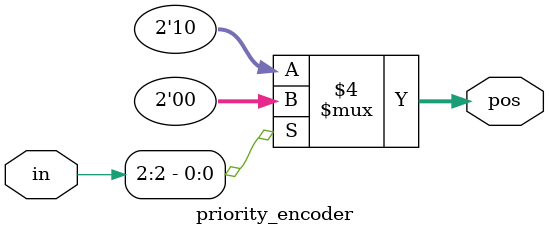
<source format=v>
module priority_encoder( 
input [2:0] in,
output reg [1:0] pos ); 
// When sel=1, assign b to out
always @(*) 
 begin
casex (in)
3'b0xx: pos = 2'b10;
3'b001: pos = 2'b01;
3'b010: pos = 2'b00;
3'b011: pos = 2'b00;
3'b100: pos= 2'b00;
default pos = 2'b00;
 endcase
end
endmodule

</source>
